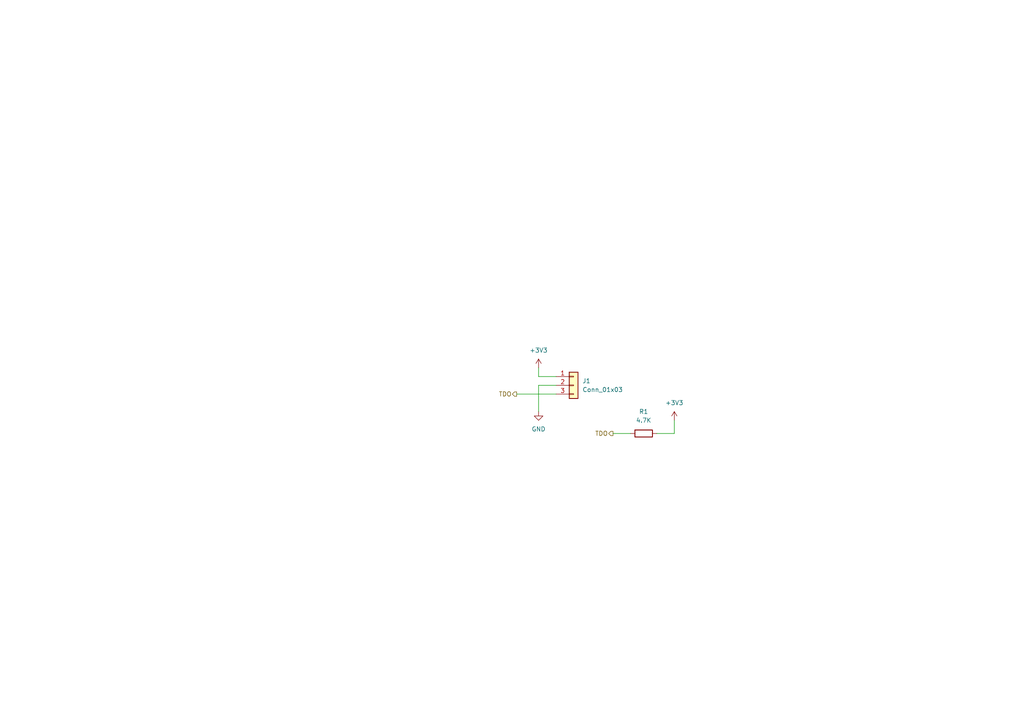
<source format=kicad_sch>
(kicad_sch (version 20211123) (generator eeschema)
  (paper "A4")
  (lib_symbols
    (symbol "Connector_Generic:Conn_01x03" (pin_names (offset 1.016) hide)
      (property "Reference" "J" (at 0 5.08 0))
      (property "Value" "Conn_01x03" (at 0 -5.08 0))
      (symbol "Conn_01x03_1_1"
        (rectangle (start -1.27 -2.413) (end 0 -2.667) (stroke (width 0.1524)))
        (rectangle (start -1.27 0.127) (end 0 -0.127) (stroke (width 0.1524)))
        (rectangle (start -1.27 2.667) (end 0 2.413) (stroke (width 0.1524)))
        (rectangle (start -1.27 3.81) (end 1.27 -3.81) (stroke (width 0.254)) (fill (type background)))
        (pin passive line (at -5.08 2.54 0) (length 3.81) (name "Pin_1") (number "1"))
        (pin passive line (at -5.08 0 0) (length 3.81) (name "Pin_2") (number "2"))
        (pin passive line (at -5.08 -2.54 0) (length 3.81) (name "Pin_3") (number "3"))
      )
    )
    (symbol "Device:R" (pin_numbers hide) (pin_names (offset 0))
      (property "Reference" "R" (at 2.032 0 90))
      (property "Value" "R" (at 0 0 90))
      (symbol "R_0_1"
        (rectangle (start -1.016 -2.54) (end 1.016 2.54) (stroke (width 0.254)))
      )
      (symbol "R_1_1"
        (pin passive line (at 0 3.81 270) (length 1.27) (name "~") (number "1"))
        (pin passive line (at 0 -3.81 90) (length 1.27) (name "~") (number "2"))
      )
    )
    (symbol "power:+3.3V" (power) (pin_names (offset 0))
      (property "Value" "+3.3V" (at 0 3.556 0))
      (symbol "+3.3V_0_1"
        (polyline (pts (xy -0.762 1.27) (xy 0 2.54)))
        (polyline (pts (xy 0 0) (xy 0 2.54)))
        (polyline (pts (xy 0 2.54) (xy 0.762 1.27)))
      )
      (symbol "+3.3V_1_1"
        (pin power_in line (at 0 0 90) (length 0) hide (name "+3V3") (number "1"))
      )
    )
    (symbol "power:GND" (power) (pin_names (offset 0))
      (property "Value" "GND" (at 0 -3.81 0))
      (symbol "GND_0_1"
        (polyline (pts (xy 0 0) (xy 0 -1.27) (xy 1.27 -1.27) (xy 0 -2.54) (xy -1.27 -1.27) (xy 0 -1.27)))
      )
      (symbol "GND_1_1"
        (pin power_in line (at 0 0 270) (length 0) hide (name "GND") (number "1"))
      )
    )
  )
  (wire (pts (xy 161.29 109.22) (xy 156.21 109.22)))
  (wire (pts (xy 161.29 111.76) (xy 156.21 111.76)))
  (wire (pts (xy 195.58 125.73) (xy 190.5 125.73)))
  (wire (pts (xy 156.21 109.22) (xy 156.21 106.68)))
  (wire (pts (xy 177.8 125.73) (xy 182.88 125.73)))
  (wire (pts (xy 195.58 121.92) (xy 195.58 125.73)))
  (wire (pts (xy 149.86 114.3) (xy 161.29 114.3)))
  (wire (pts (xy 156.21 111.76) (xy 156.21 119.38)))
  (hierarchical_label "TDO" (shape output) (at 177.8 125.73 180))
  (hierarchical_label "TDO" (shape output) (at 149.86 114.3 180))
  (symbol (lib_id "power:+3.3V") (at 156.21 106.68 0) (unit 1)
    (property "Reference" "#PWR012" (effects hide))
    (property "Value" "+3.3V" (at 156.21 101.6 0))
  )
  (symbol (lib_id "power:GND") (at 156.21 119.38 0) (unit 1)
    (property "Reference" "#PWR013" (effects hide))
    (property "Value" "GND" (at 156.21 124.46 0))
  )
  (symbol (lib_id "Device:R") (at 186.69 125.73 90) (unit 1)
    (property "Reference" "R1" (at 186.69 119.38 90))
    (property "Value" "4.7K" (at 186.69 121.92 90))
    (property "Footprint" "Resistor_SMD:R_0201_0603Metric" (effects hide))
  )
  (symbol (lib_id "power:+3.3V") (at 195.58 121.92 0) (unit 1)
    (property "Reference" "#PWR014" (effects hide))
    (property "Value" "+3.3V" (at 195.58 116.84 0))
  )
  (symbol (lib_id "Connector_Generic:Conn_01x03") (at 166.37 111.76 0) (unit 1)
    (property "Reference" "J1" (at 168.91 110.4899 0) (effects (justify left)))
    (property "Value" "Conn_01x03" (at 168.91 113.0299 0) (effects (justify left)))
  )
)
</source>
